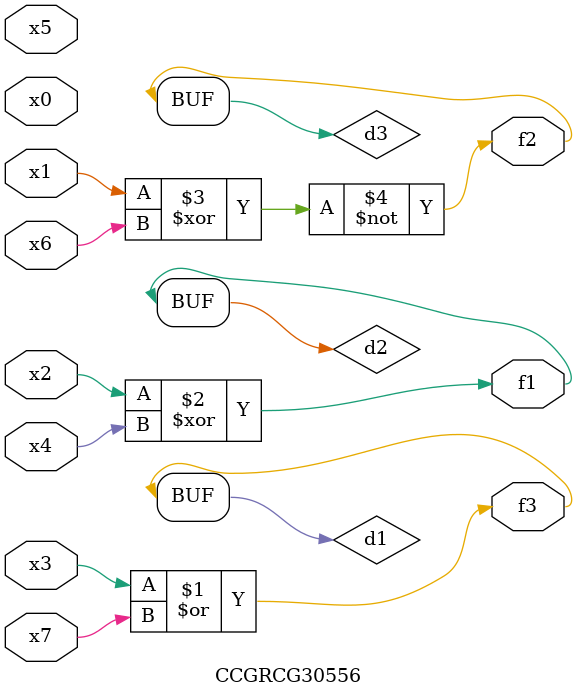
<source format=v>
module CCGRCG30556(
	input x0, x1, x2, x3, x4, x5, x6, x7,
	output f1, f2, f3
);

	wire d1, d2, d3;

	or (d1, x3, x7);
	xor (d2, x2, x4);
	xnor (d3, x1, x6);
	assign f1 = d2;
	assign f2 = d3;
	assign f3 = d1;
endmodule

</source>
